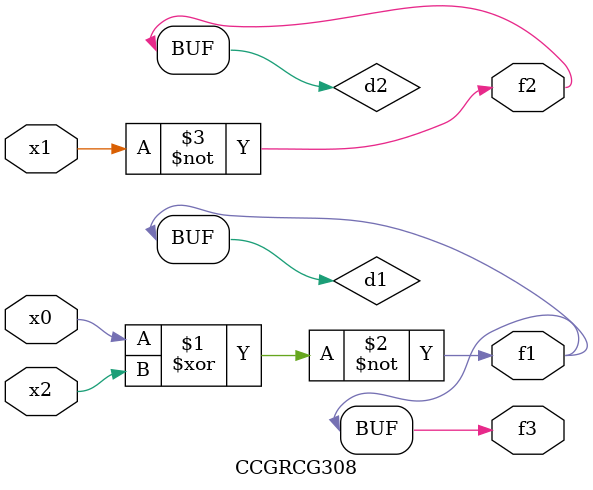
<source format=v>
module CCGRCG308(
	input x0, x1, x2,
	output f1, f2, f3
);

	wire d1, d2, d3;

	xnor (d1, x0, x2);
	nand (d2, x1);
	nor (d3, x1, x2);
	assign f1 = d1;
	assign f2 = d2;
	assign f3 = d1;
endmodule

</source>
